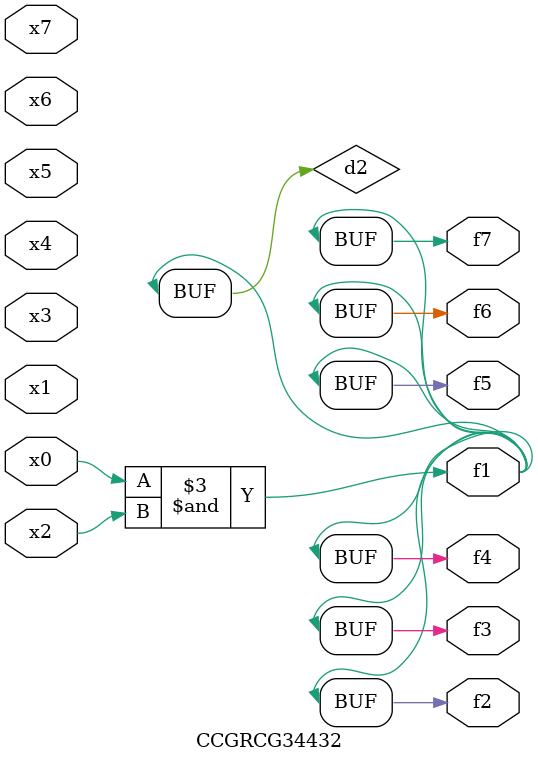
<source format=v>
module CCGRCG34432(
	input x0, x1, x2, x3, x4, x5, x6, x7,
	output f1, f2, f3, f4, f5, f6, f7
);

	wire d1, d2;

	nor (d1, x3, x6);
	and (d2, x0, x2);
	assign f1 = d2;
	assign f2 = d2;
	assign f3 = d2;
	assign f4 = d2;
	assign f5 = d2;
	assign f6 = d2;
	assign f7 = d2;
endmodule

</source>
